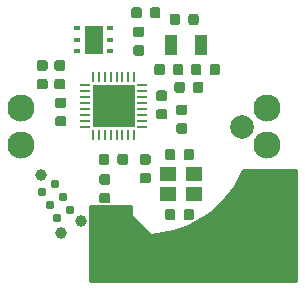
<source format=gbr>
G04 #@! TF.GenerationSoftware,KiCad,Pcbnew,6.0.0-rc1-unknown-181ce46~66~ubuntu18.04.1*
G04 #@! TF.CreationDate,2018-09-11T11:27:27+02:00*
G04 #@! TF.ProjectId,weather,776561746865722E6B696361645F7063,1.0*
G04 #@! TF.SameCoordinates,Original*
G04 #@! TF.FileFunction,Soldermask,Top*
G04 #@! TF.FilePolarity,Negative*
%FSLAX46Y46*%
G04 Gerber Fmt 4.6, Leading zero omitted, Abs format (unit mm)*
G04 Created by KiCad (PCBNEW 6.0.0-rc1-unknown-181ce46~66~ubuntu18.04.1) date Tue Sep 11 11:27:27 2018*
%MOMM*%
%LPD*%
G01*
G04 APERTURE LIST*
%ADD10C,2.000000*%
%ADD11C,0.100000*%
%ADD12C,0.875000*%
%ADD13C,0.787400*%
%ADD14C,0.990600*%
%ADD15C,2.300000*%
%ADD16R,1.000000X1.800000*%
%ADD17R,1.400000X1.200000*%
%ADD18R,1.500000X2.400000*%
%ADD19R,0.600000X0.400000*%
%ADD20R,0.250000X0.825000*%
%ADD21R,0.825000X0.250000*%
%ADD22R,3.600000X3.600000*%
%ADD23C,0.254000*%
G04 APERTURE END LIST*
D10*
G04 #@! TO.C,TP1*
X120525000Y-76275000D03*
G04 #@! TD*
D11*
G04 #@! TO.C,R3*
G36*
X111802691Y-66126053D02*
X111823926Y-66129203D01*
X111844750Y-66134419D01*
X111864962Y-66141651D01*
X111884368Y-66150830D01*
X111902781Y-66161866D01*
X111920024Y-66174654D01*
X111935930Y-66189070D01*
X111950346Y-66204976D01*
X111963134Y-66222219D01*
X111974170Y-66240632D01*
X111983349Y-66260038D01*
X111990581Y-66280250D01*
X111995797Y-66301074D01*
X111998947Y-66322309D01*
X112000000Y-66343750D01*
X112000000Y-66856250D01*
X111998947Y-66877691D01*
X111995797Y-66898926D01*
X111990581Y-66919750D01*
X111983349Y-66939962D01*
X111974170Y-66959368D01*
X111963134Y-66977781D01*
X111950346Y-66995024D01*
X111935930Y-67010930D01*
X111920024Y-67025346D01*
X111902781Y-67038134D01*
X111884368Y-67049170D01*
X111864962Y-67058349D01*
X111844750Y-67065581D01*
X111823926Y-67070797D01*
X111802691Y-67073947D01*
X111781250Y-67075000D01*
X111343750Y-67075000D01*
X111322309Y-67073947D01*
X111301074Y-67070797D01*
X111280250Y-67065581D01*
X111260038Y-67058349D01*
X111240632Y-67049170D01*
X111222219Y-67038134D01*
X111204976Y-67025346D01*
X111189070Y-67010930D01*
X111174654Y-66995024D01*
X111161866Y-66977781D01*
X111150830Y-66959368D01*
X111141651Y-66939962D01*
X111134419Y-66919750D01*
X111129203Y-66898926D01*
X111126053Y-66877691D01*
X111125000Y-66856250D01*
X111125000Y-66343750D01*
X111126053Y-66322309D01*
X111129203Y-66301074D01*
X111134419Y-66280250D01*
X111141651Y-66260038D01*
X111150830Y-66240632D01*
X111161866Y-66222219D01*
X111174654Y-66204976D01*
X111189070Y-66189070D01*
X111204976Y-66174654D01*
X111222219Y-66161866D01*
X111240632Y-66150830D01*
X111260038Y-66141651D01*
X111280250Y-66134419D01*
X111301074Y-66129203D01*
X111322309Y-66126053D01*
X111343750Y-66125000D01*
X111781250Y-66125000D01*
X111802691Y-66126053D01*
X111802691Y-66126053D01*
G37*
D12*
X111562500Y-66600000D03*
D11*
G36*
X113377691Y-66126053D02*
X113398926Y-66129203D01*
X113419750Y-66134419D01*
X113439962Y-66141651D01*
X113459368Y-66150830D01*
X113477781Y-66161866D01*
X113495024Y-66174654D01*
X113510930Y-66189070D01*
X113525346Y-66204976D01*
X113538134Y-66222219D01*
X113549170Y-66240632D01*
X113558349Y-66260038D01*
X113565581Y-66280250D01*
X113570797Y-66301074D01*
X113573947Y-66322309D01*
X113575000Y-66343750D01*
X113575000Y-66856250D01*
X113573947Y-66877691D01*
X113570797Y-66898926D01*
X113565581Y-66919750D01*
X113558349Y-66939962D01*
X113549170Y-66959368D01*
X113538134Y-66977781D01*
X113525346Y-66995024D01*
X113510930Y-67010930D01*
X113495024Y-67025346D01*
X113477781Y-67038134D01*
X113459368Y-67049170D01*
X113439962Y-67058349D01*
X113419750Y-67065581D01*
X113398926Y-67070797D01*
X113377691Y-67073947D01*
X113356250Y-67075000D01*
X112918750Y-67075000D01*
X112897309Y-67073947D01*
X112876074Y-67070797D01*
X112855250Y-67065581D01*
X112835038Y-67058349D01*
X112815632Y-67049170D01*
X112797219Y-67038134D01*
X112779976Y-67025346D01*
X112764070Y-67010930D01*
X112749654Y-66995024D01*
X112736866Y-66977781D01*
X112725830Y-66959368D01*
X112716651Y-66939962D01*
X112709419Y-66919750D01*
X112704203Y-66898926D01*
X112701053Y-66877691D01*
X112700000Y-66856250D01*
X112700000Y-66343750D01*
X112701053Y-66322309D01*
X112704203Y-66301074D01*
X112709419Y-66280250D01*
X112716651Y-66260038D01*
X112725830Y-66240632D01*
X112736866Y-66222219D01*
X112749654Y-66204976D01*
X112764070Y-66189070D01*
X112779976Y-66174654D01*
X112797219Y-66161866D01*
X112815632Y-66150830D01*
X112835038Y-66141651D01*
X112855250Y-66134419D01*
X112876074Y-66129203D01*
X112897309Y-66126053D01*
X112918750Y-66125000D01*
X113356250Y-66125000D01*
X113377691Y-66126053D01*
X113377691Y-66126053D01*
G37*
D12*
X113137500Y-66600000D03*
G04 #@! TD*
D11*
G04 #@! TO.C,D1*
G36*
X112027691Y-69351053D02*
X112048926Y-69354203D01*
X112069750Y-69359419D01*
X112089962Y-69366651D01*
X112109368Y-69375830D01*
X112127781Y-69386866D01*
X112145024Y-69399654D01*
X112160930Y-69414070D01*
X112175346Y-69429976D01*
X112188134Y-69447219D01*
X112199170Y-69465632D01*
X112208349Y-69485038D01*
X112215581Y-69505250D01*
X112220797Y-69526074D01*
X112223947Y-69547309D01*
X112225000Y-69568750D01*
X112225000Y-70006250D01*
X112223947Y-70027691D01*
X112220797Y-70048926D01*
X112215581Y-70069750D01*
X112208349Y-70089962D01*
X112199170Y-70109368D01*
X112188134Y-70127781D01*
X112175346Y-70145024D01*
X112160930Y-70160930D01*
X112145024Y-70175346D01*
X112127781Y-70188134D01*
X112109368Y-70199170D01*
X112089962Y-70208349D01*
X112069750Y-70215581D01*
X112048926Y-70220797D01*
X112027691Y-70223947D01*
X112006250Y-70225000D01*
X111493750Y-70225000D01*
X111472309Y-70223947D01*
X111451074Y-70220797D01*
X111430250Y-70215581D01*
X111410038Y-70208349D01*
X111390632Y-70199170D01*
X111372219Y-70188134D01*
X111354976Y-70175346D01*
X111339070Y-70160930D01*
X111324654Y-70145024D01*
X111311866Y-70127781D01*
X111300830Y-70109368D01*
X111291651Y-70089962D01*
X111284419Y-70069750D01*
X111279203Y-70048926D01*
X111276053Y-70027691D01*
X111275000Y-70006250D01*
X111275000Y-69568750D01*
X111276053Y-69547309D01*
X111279203Y-69526074D01*
X111284419Y-69505250D01*
X111291651Y-69485038D01*
X111300830Y-69465632D01*
X111311866Y-69447219D01*
X111324654Y-69429976D01*
X111339070Y-69414070D01*
X111354976Y-69399654D01*
X111372219Y-69386866D01*
X111390632Y-69375830D01*
X111410038Y-69366651D01*
X111430250Y-69359419D01*
X111451074Y-69354203D01*
X111472309Y-69351053D01*
X111493750Y-69350000D01*
X112006250Y-69350000D01*
X112027691Y-69351053D01*
X112027691Y-69351053D01*
G37*
D12*
X111750000Y-69787500D03*
D11*
G36*
X112027691Y-67776053D02*
X112048926Y-67779203D01*
X112069750Y-67784419D01*
X112089962Y-67791651D01*
X112109368Y-67800830D01*
X112127781Y-67811866D01*
X112145024Y-67824654D01*
X112160930Y-67839070D01*
X112175346Y-67854976D01*
X112188134Y-67872219D01*
X112199170Y-67890632D01*
X112208349Y-67910038D01*
X112215581Y-67930250D01*
X112220797Y-67951074D01*
X112223947Y-67972309D01*
X112225000Y-67993750D01*
X112225000Y-68431250D01*
X112223947Y-68452691D01*
X112220797Y-68473926D01*
X112215581Y-68494750D01*
X112208349Y-68514962D01*
X112199170Y-68534368D01*
X112188134Y-68552781D01*
X112175346Y-68570024D01*
X112160930Y-68585930D01*
X112145024Y-68600346D01*
X112127781Y-68613134D01*
X112109368Y-68624170D01*
X112089962Y-68633349D01*
X112069750Y-68640581D01*
X112048926Y-68645797D01*
X112027691Y-68648947D01*
X112006250Y-68650000D01*
X111493750Y-68650000D01*
X111472309Y-68648947D01*
X111451074Y-68645797D01*
X111430250Y-68640581D01*
X111410038Y-68633349D01*
X111390632Y-68624170D01*
X111372219Y-68613134D01*
X111354976Y-68600346D01*
X111339070Y-68585930D01*
X111324654Y-68570024D01*
X111311866Y-68552781D01*
X111300830Y-68534368D01*
X111291651Y-68514962D01*
X111284419Y-68494750D01*
X111279203Y-68473926D01*
X111276053Y-68452691D01*
X111275000Y-68431250D01*
X111275000Y-67993750D01*
X111276053Y-67972309D01*
X111279203Y-67951074D01*
X111284419Y-67930250D01*
X111291651Y-67910038D01*
X111300830Y-67890632D01*
X111311866Y-67872219D01*
X111324654Y-67854976D01*
X111339070Y-67839070D01*
X111354976Y-67824654D01*
X111372219Y-67811866D01*
X111390632Y-67800830D01*
X111410038Y-67791651D01*
X111430250Y-67784419D01*
X111451074Y-67779203D01*
X111472309Y-67776053D01*
X111493750Y-67775000D01*
X112006250Y-67775000D01*
X112027691Y-67776053D01*
X112027691Y-67776053D01*
G37*
D12*
X111750000Y-68212500D03*
G04 #@! TD*
D13*
G04 #@! TO.C,J1*
X105934926Y-83332352D03*
X104835074Y-83967352D03*
X105299926Y-82232500D03*
X104200074Y-82867500D03*
X104664926Y-81132648D03*
X103565074Y-81767648D03*
D14*
X103480000Y-80350295D03*
X105140118Y-85257705D03*
X106899882Y-84241705D03*
G04 #@! TD*
D15*
G04 #@! TO.C,BT1*
X101770000Y-74700000D03*
X101770000Y-77800000D03*
X122570000Y-77800000D03*
X122570000Y-74700000D03*
G04 #@! TD*
D11*
G04 #@! TO.C,C10*
G36*
X117027691Y-72426053D02*
X117048926Y-72429203D01*
X117069750Y-72434419D01*
X117089962Y-72441651D01*
X117109368Y-72450830D01*
X117127781Y-72461866D01*
X117145024Y-72474654D01*
X117160930Y-72489070D01*
X117175346Y-72504976D01*
X117188134Y-72522219D01*
X117199170Y-72540632D01*
X117208349Y-72560038D01*
X117215581Y-72580250D01*
X117220797Y-72601074D01*
X117223947Y-72622309D01*
X117225000Y-72643750D01*
X117225000Y-73156250D01*
X117223947Y-73177691D01*
X117220797Y-73198926D01*
X117215581Y-73219750D01*
X117208349Y-73239962D01*
X117199170Y-73259368D01*
X117188134Y-73277781D01*
X117175346Y-73295024D01*
X117160930Y-73310930D01*
X117145024Y-73325346D01*
X117127781Y-73338134D01*
X117109368Y-73349170D01*
X117089962Y-73358349D01*
X117069750Y-73365581D01*
X117048926Y-73370797D01*
X117027691Y-73373947D01*
X117006250Y-73375000D01*
X116568750Y-73375000D01*
X116547309Y-73373947D01*
X116526074Y-73370797D01*
X116505250Y-73365581D01*
X116485038Y-73358349D01*
X116465632Y-73349170D01*
X116447219Y-73338134D01*
X116429976Y-73325346D01*
X116414070Y-73310930D01*
X116399654Y-73295024D01*
X116386866Y-73277781D01*
X116375830Y-73259368D01*
X116366651Y-73239962D01*
X116359419Y-73219750D01*
X116354203Y-73198926D01*
X116351053Y-73177691D01*
X116350000Y-73156250D01*
X116350000Y-72643750D01*
X116351053Y-72622309D01*
X116354203Y-72601074D01*
X116359419Y-72580250D01*
X116366651Y-72560038D01*
X116375830Y-72540632D01*
X116386866Y-72522219D01*
X116399654Y-72504976D01*
X116414070Y-72489070D01*
X116429976Y-72474654D01*
X116447219Y-72461866D01*
X116465632Y-72450830D01*
X116485038Y-72441651D01*
X116505250Y-72434419D01*
X116526074Y-72429203D01*
X116547309Y-72426053D01*
X116568750Y-72425000D01*
X117006250Y-72425000D01*
X117027691Y-72426053D01*
X117027691Y-72426053D01*
G37*
D12*
X116787500Y-72900000D03*
D11*
G36*
X115452691Y-72426053D02*
X115473926Y-72429203D01*
X115494750Y-72434419D01*
X115514962Y-72441651D01*
X115534368Y-72450830D01*
X115552781Y-72461866D01*
X115570024Y-72474654D01*
X115585930Y-72489070D01*
X115600346Y-72504976D01*
X115613134Y-72522219D01*
X115624170Y-72540632D01*
X115633349Y-72560038D01*
X115640581Y-72580250D01*
X115645797Y-72601074D01*
X115648947Y-72622309D01*
X115650000Y-72643750D01*
X115650000Y-73156250D01*
X115648947Y-73177691D01*
X115645797Y-73198926D01*
X115640581Y-73219750D01*
X115633349Y-73239962D01*
X115624170Y-73259368D01*
X115613134Y-73277781D01*
X115600346Y-73295024D01*
X115585930Y-73310930D01*
X115570024Y-73325346D01*
X115552781Y-73338134D01*
X115534368Y-73349170D01*
X115514962Y-73358349D01*
X115494750Y-73365581D01*
X115473926Y-73370797D01*
X115452691Y-73373947D01*
X115431250Y-73375000D01*
X114993750Y-73375000D01*
X114972309Y-73373947D01*
X114951074Y-73370797D01*
X114930250Y-73365581D01*
X114910038Y-73358349D01*
X114890632Y-73349170D01*
X114872219Y-73338134D01*
X114854976Y-73325346D01*
X114839070Y-73310930D01*
X114824654Y-73295024D01*
X114811866Y-73277781D01*
X114800830Y-73259368D01*
X114791651Y-73239962D01*
X114784419Y-73219750D01*
X114779203Y-73198926D01*
X114776053Y-73177691D01*
X114775000Y-73156250D01*
X114775000Y-72643750D01*
X114776053Y-72622309D01*
X114779203Y-72601074D01*
X114784419Y-72580250D01*
X114791651Y-72560038D01*
X114800830Y-72540632D01*
X114811866Y-72522219D01*
X114824654Y-72504976D01*
X114839070Y-72489070D01*
X114854976Y-72474654D01*
X114872219Y-72461866D01*
X114890632Y-72450830D01*
X114910038Y-72441651D01*
X114930250Y-72434419D01*
X114951074Y-72429203D01*
X114972309Y-72426053D01*
X114993750Y-72425000D01*
X115431250Y-72425000D01*
X115452691Y-72426053D01*
X115452691Y-72426053D01*
G37*
D12*
X115212500Y-72900000D03*
G04 #@! TD*
D11*
G04 #@! TO.C,C11*
G36*
X105427691Y-73776053D02*
X105448926Y-73779203D01*
X105469750Y-73784419D01*
X105489962Y-73791651D01*
X105509368Y-73800830D01*
X105527781Y-73811866D01*
X105545024Y-73824654D01*
X105560930Y-73839070D01*
X105575346Y-73854976D01*
X105588134Y-73872219D01*
X105599170Y-73890632D01*
X105608349Y-73910038D01*
X105615581Y-73930250D01*
X105620797Y-73951074D01*
X105623947Y-73972309D01*
X105625000Y-73993750D01*
X105625000Y-74431250D01*
X105623947Y-74452691D01*
X105620797Y-74473926D01*
X105615581Y-74494750D01*
X105608349Y-74514962D01*
X105599170Y-74534368D01*
X105588134Y-74552781D01*
X105575346Y-74570024D01*
X105560930Y-74585930D01*
X105545024Y-74600346D01*
X105527781Y-74613134D01*
X105509368Y-74624170D01*
X105489962Y-74633349D01*
X105469750Y-74640581D01*
X105448926Y-74645797D01*
X105427691Y-74648947D01*
X105406250Y-74650000D01*
X104893750Y-74650000D01*
X104872309Y-74648947D01*
X104851074Y-74645797D01*
X104830250Y-74640581D01*
X104810038Y-74633349D01*
X104790632Y-74624170D01*
X104772219Y-74613134D01*
X104754976Y-74600346D01*
X104739070Y-74585930D01*
X104724654Y-74570024D01*
X104711866Y-74552781D01*
X104700830Y-74534368D01*
X104691651Y-74514962D01*
X104684419Y-74494750D01*
X104679203Y-74473926D01*
X104676053Y-74452691D01*
X104675000Y-74431250D01*
X104675000Y-73993750D01*
X104676053Y-73972309D01*
X104679203Y-73951074D01*
X104684419Y-73930250D01*
X104691651Y-73910038D01*
X104700830Y-73890632D01*
X104711866Y-73872219D01*
X104724654Y-73854976D01*
X104739070Y-73839070D01*
X104754976Y-73824654D01*
X104772219Y-73811866D01*
X104790632Y-73800830D01*
X104810038Y-73791651D01*
X104830250Y-73784419D01*
X104851074Y-73779203D01*
X104872309Y-73776053D01*
X104893750Y-73775000D01*
X105406250Y-73775000D01*
X105427691Y-73776053D01*
X105427691Y-73776053D01*
G37*
D12*
X105150000Y-74212500D03*
D11*
G36*
X105427691Y-75351053D02*
X105448926Y-75354203D01*
X105469750Y-75359419D01*
X105489962Y-75366651D01*
X105509368Y-75375830D01*
X105527781Y-75386866D01*
X105545024Y-75399654D01*
X105560930Y-75414070D01*
X105575346Y-75429976D01*
X105588134Y-75447219D01*
X105599170Y-75465632D01*
X105608349Y-75485038D01*
X105615581Y-75505250D01*
X105620797Y-75526074D01*
X105623947Y-75547309D01*
X105625000Y-75568750D01*
X105625000Y-76006250D01*
X105623947Y-76027691D01*
X105620797Y-76048926D01*
X105615581Y-76069750D01*
X105608349Y-76089962D01*
X105599170Y-76109368D01*
X105588134Y-76127781D01*
X105575346Y-76145024D01*
X105560930Y-76160930D01*
X105545024Y-76175346D01*
X105527781Y-76188134D01*
X105509368Y-76199170D01*
X105489962Y-76208349D01*
X105469750Y-76215581D01*
X105448926Y-76220797D01*
X105427691Y-76223947D01*
X105406250Y-76225000D01*
X104893750Y-76225000D01*
X104872309Y-76223947D01*
X104851074Y-76220797D01*
X104830250Y-76215581D01*
X104810038Y-76208349D01*
X104790632Y-76199170D01*
X104772219Y-76188134D01*
X104754976Y-76175346D01*
X104739070Y-76160930D01*
X104724654Y-76145024D01*
X104711866Y-76127781D01*
X104700830Y-76109368D01*
X104691651Y-76089962D01*
X104684419Y-76069750D01*
X104679203Y-76048926D01*
X104676053Y-76027691D01*
X104675000Y-76006250D01*
X104675000Y-75568750D01*
X104676053Y-75547309D01*
X104679203Y-75526074D01*
X104684419Y-75505250D01*
X104691651Y-75485038D01*
X104700830Y-75465632D01*
X104711866Y-75447219D01*
X104724654Y-75429976D01*
X104739070Y-75414070D01*
X104754976Y-75399654D01*
X104772219Y-75386866D01*
X104790632Y-75375830D01*
X104810038Y-75366651D01*
X104830250Y-75359419D01*
X104851074Y-75354203D01*
X104872309Y-75351053D01*
X104893750Y-75350000D01*
X105406250Y-75350000D01*
X105427691Y-75351053D01*
X105427691Y-75351053D01*
G37*
D12*
X105150000Y-75787500D03*
G04 #@! TD*
D16*
G04 #@! TO.C,Y2*
X114500000Y-69300000D03*
X117000000Y-69300000D03*
G04 #@! TD*
D17*
G04 #@! TO.C,Y1*
X114200000Y-81950000D03*
X116400000Y-81950000D03*
X116400000Y-80250000D03*
X114200000Y-80250000D03*
G04 #@! TD*
D11*
G04 #@! TO.C,C8*
G36*
X116852691Y-70926053D02*
X116873926Y-70929203D01*
X116894750Y-70934419D01*
X116914962Y-70941651D01*
X116934368Y-70950830D01*
X116952781Y-70961866D01*
X116970024Y-70974654D01*
X116985930Y-70989070D01*
X117000346Y-71004976D01*
X117013134Y-71022219D01*
X117024170Y-71040632D01*
X117033349Y-71060038D01*
X117040581Y-71080250D01*
X117045797Y-71101074D01*
X117048947Y-71122309D01*
X117050000Y-71143750D01*
X117050000Y-71656250D01*
X117048947Y-71677691D01*
X117045797Y-71698926D01*
X117040581Y-71719750D01*
X117033349Y-71739962D01*
X117024170Y-71759368D01*
X117013134Y-71777781D01*
X117000346Y-71795024D01*
X116985930Y-71810930D01*
X116970024Y-71825346D01*
X116952781Y-71838134D01*
X116934368Y-71849170D01*
X116914962Y-71858349D01*
X116894750Y-71865581D01*
X116873926Y-71870797D01*
X116852691Y-71873947D01*
X116831250Y-71875000D01*
X116393750Y-71875000D01*
X116372309Y-71873947D01*
X116351074Y-71870797D01*
X116330250Y-71865581D01*
X116310038Y-71858349D01*
X116290632Y-71849170D01*
X116272219Y-71838134D01*
X116254976Y-71825346D01*
X116239070Y-71810930D01*
X116224654Y-71795024D01*
X116211866Y-71777781D01*
X116200830Y-71759368D01*
X116191651Y-71739962D01*
X116184419Y-71719750D01*
X116179203Y-71698926D01*
X116176053Y-71677691D01*
X116175000Y-71656250D01*
X116175000Y-71143750D01*
X116176053Y-71122309D01*
X116179203Y-71101074D01*
X116184419Y-71080250D01*
X116191651Y-71060038D01*
X116200830Y-71040632D01*
X116211866Y-71022219D01*
X116224654Y-71004976D01*
X116239070Y-70989070D01*
X116254976Y-70974654D01*
X116272219Y-70961866D01*
X116290632Y-70950830D01*
X116310038Y-70941651D01*
X116330250Y-70934419D01*
X116351074Y-70929203D01*
X116372309Y-70926053D01*
X116393750Y-70925000D01*
X116831250Y-70925000D01*
X116852691Y-70926053D01*
X116852691Y-70926053D01*
G37*
D12*
X116612500Y-71400000D03*
D11*
G36*
X118427691Y-70926053D02*
X118448926Y-70929203D01*
X118469750Y-70934419D01*
X118489962Y-70941651D01*
X118509368Y-70950830D01*
X118527781Y-70961866D01*
X118545024Y-70974654D01*
X118560930Y-70989070D01*
X118575346Y-71004976D01*
X118588134Y-71022219D01*
X118599170Y-71040632D01*
X118608349Y-71060038D01*
X118615581Y-71080250D01*
X118620797Y-71101074D01*
X118623947Y-71122309D01*
X118625000Y-71143750D01*
X118625000Y-71656250D01*
X118623947Y-71677691D01*
X118620797Y-71698926D01*
X118615581Y-71719750D01*
X118608349Y-71739962D01*
X118599170Y-71759368D01*
X118588134Y-71777781D01*
X118575346Y-71795024D01*
X118560930Y-71810930D01*
X118545024Y-71825346D01*
X118527781Y-71838134D01*
X118509368Y-71849170D01*
X118489962Y-71858349D01*
X118469750Y-71865581D01*
X118448926Y-71870797D01*
X118427691Y-71873947D01*
X118406250Y-71875000D01*
X117968750Y-71875000D01*
X117947309Y-71873947D01*
X117926074Y-71870797D01*
X117905250Y-71865581D01*
X117885038Y-71858349D01*
X117865632Y-71849170D01*
X117847219Y-71838134D01*
X117829976Y-71825346D01*
X117814070Y-71810930D01*
X117799654Y-71795024D01*
X117786866Y-71777781D01*
X117775830Y-71759368D01*
X117766651Y-71739962D01*
X117759419Y-71719750D01*
X117754203Y-71698926D01*
X117751053Y-71677691D01*
X117750000Y-71656250D01*
X117750000Y-71143750D01*
X117751053Y-71122309D01*
X117754203Y-71101074D01*
X117759419Y-71080250D01*
X117766651Y-71060038D01*
X117775830Y-71040632D01*
X117786866Y-71022219D01*
X117799654Y-71004976D01*
X117814070Y-70989070D01*
X117829976Y-70974654D01*
X117847219Y-70961866D01*
X117865632Y-70950830D01*
X117885038Y-70941651D01*
X117905250Y-70934419D01*
X117926074Y-70929203D01*
X117947309Y-70926053D01*
X117968750Y-70925000D01*
X118406250Y-70925000D01*
X118427691Y-70926053D01*
X118427691Y-70926053D01*
G37*
D12*
X118187500Y-71400000D03*
G04 #@! TD*
D11*
G04 #@! TO.C,C9*
G36*
X116627691Y-66676053D02*
X116648926Y-66679203D01*
X116669750Y-66684419D01*
X116689962Y-66691651D01*
X116709368Y-66700830D01*
X116727781Y-66711866D01*
X116745024Y-66724654D01*
X116760930Y-66739070D01*
X116775346Y-66754976D01*
X116788134Y-66772219D01*
X116799170Y-66790632D01*
X116808349Y-66810038D01*
X116815581Y-66830250D01*
X116820797Y-66851074D01*
X116823947Y-66872309D01*
X116825000Y-66893750D01*
X116825000Y-67406250D01*
X116823947Y-67427691D01*
X116820797Y-67448926D01*
X116815581Y-67469750D01*
X116808349Y-67489962D01*
X116799170Y-67509368D01*
X116788134Y-67527781D01*
X116775346Y-67545024D01*
X116760930Y-67560930D01*
X116745024Y-67575346D01*
X116727781Y-67588134D01*
X116709368Y-67599170D01*
X116689962Y-67608349D01*
X116669750Y-67615581D01*
X116648926Y-67620797D01*
X116627691Y-67623947D01*
X116606250Y-67625000D01*
X116168750Y-67625000D01*
X116147309Y-67623947D01*
X116126074Y-67620797D01*
X116105250Y-67615581D01*
X116085038Y-67608349D01*
X116065632Y-67599170D01*
X116047219Y-67588134D01*
X116029976Y-67575346D01*
X116014070Y-67560930D01*
X115999654Y-67545024D01*
X115986866Y-67527781D01*
X115975830Y-67509368D01*
X115966651Y-67489962D01*
X115959419Y-67469750D01*
X115954203Y-67448926D01*
X115951053Y-67427691D01*
X115950000Y-67406250D01*
X115950000Y-66893750D01*
X115951053Y-66872309D01*
X115954203Y-66851074D01*
X115959419Y-66830250D01*
X115966651Y-66810038D01*
X115975830Y-66790632D01*
X115986866Y-66772219D01*
X115999654Y-66754976D01*
X116014070Y-66739070D01*
X116029976Y-66724654D01*
X116047219Y-66711866D01*
X116065632Y-66700830D01*
X116085038Y-66691651D01*
X116105250Y-66684419D01*
X116126074Y-66679203D01*
X116147309Y-66676053D01*
X116168750Y-66675000D01*
X116606250Y-66675000D01*
X116627691Y-66676053D01*
X116627691Y-66676053D01*
G37*
D12*
X116387500Y-67150000D03*
D11*
G36*
X115052691Y-66676053D02*
X115073926Y-66679203D01*
X115094750Y-66684419D01*
X115114962Y-66691651D01*
X115134368Y-66700830D01*
X115152781Y-66711866D01*
X115170024Y-66724654D01*
X115185930Y-66739070D01*
X115200346Y-66754976D01*
X115213134Y-66772219D01*
X115224170Y-66790632D01*
X115233349Y-66810038D01*
X115240581Y-66830250D01*
X115245797Y-66851074D01*
X115248947Y-66872309D01*
X115250000Y-66893750D01*
X115250000Y-67406250D01*
X115248947Y-67427691D01*
X115245797Y-67448926D01*
X115240581Y-67469750D01*
X115233349Y-67489962D01*
X115224170Y-67509368D01*
X115213134Y-67527781D01*
X115200346Y-67545024D01*
X115185930Y-67560930D01*
X115170024Y-67575346D01*
X115152781Y-67588134D01*
X115134368Y-67599170D01*
X115114962Y-67608349D01*
X115094750Y-67615581D01*
X115073926Y-67620797D01*
X115052691Y-67623947D01*
X115031250Y-67625000D01*
X114593750Y-67625000D01*
X114572309Y-67623947D01*
X114551074Y-67620797D01*
X114530250Y-67615581D01*
X114510038Y-67608349D01*
X114490632Y-67599170D01*
X114472219Y-67588134D01*
X114454976Y-67575346D01*
X114439070Y-67560930D01*
X114424654Y-67545024D01*
X114411866Y-67527781D01*
X114400830Y-67509368D01*
X114391651Y-67489962D01*
X114384419Y-67469750D01*
X114379203Y-67448926D01*
X114376053Y-67427691D01*
X114375000Y-67406250D01*
X114375000Y-66893750D01*
X114376053Y-66872309D01*
X114379203Y-66851074D01*
X114384419Y-66830250D01*
X114391651Y-66810038D01*
X114400830Y-66790632D01*
X114411866Y-66772219D01*
X114424654Y-66754976D01*
X114439070Y-66739070D01*
X114454976Y-66724654D01*
X114472219Y-66711866D01*
X114490632Y-66700830D01*
X114510038Y-66691651D01*
X114530250Y-66684419D01*
X114551074Y-66679203D01*
X114572309Y-66676053D01*
X114593750Y-66675000D01*
X115031250Y-66675000D01*
X115052691Y-66676053D01*
X115052691Y-66676053D01*
G37*
D12*
X114812500Y-67150000D03*
G04 #@! TD*
D18*
G04 #@! TO.C,U2*
X107950000Y-68875000D03*
D19*
X109350000Y-69825000D03*
X109350000Y-68875000D03*
X109350000Y-67925000D03*
X106550000Y-67925000D03*
X106550000Y-68875000D03*
X106550000Y-69825000D03*
G04 #@! TD*
D11*
G04 #@! TO.C,R1*
G36*
X103852691Y-70626053D02*
X103873926Y-70629203D01*
X103894750Y-70634419D01*
X103914962Y-70641651D01*
X103934368Y-70650830D01*
X103952781Y-70661866D01*
X103970024Y-70674654D01*
X103985930Y-70689070D01*
X104000346Y-70704976D01*
X104013134Y-70722219D01*
X104024170Y-70740632D01*
X104033349Y-70760038D01*
X104040581Y-70780250D01*
X104045797Y-70801074D01*
X104048947Y-70822309D01*
X104050000Y-70843750D01*
X104050000Y-71281250D01*
X104048947Y-71302691D01*
X104045797Y-71323926D01*
X104040581Y-71344750D01*
X104033349Y-71364962D01*
X104024170Y-71384368D01*
X104013134Y-71402781D01*
X104000346Y-71420024D01*
X103985930Y-71435930D01*
X103970024Y-71450346D01*
X103952781Y-71463134D01*
X103934368Y-71474170D01*
X103914962Y-71483349D01*
X103894750Y-71490581D01*
X103873926Y-71495797D01*
X103852691Y-71498947D01*
X103831250Y-71500000D01*
X103318750Y-71500000D01*
X103297309Y-71498947D01*
X103276074Y-71495797D01*
X103255250Y-71490581D01*
X103235038Y-71483349D01*
X103215632Y-71474170D01*
X103197219Y-71463134D01*
X103179976Y-71450346D01*
X103164070Y-71435930D01*
X103149654Y-71420024D01*
X103136866Y-71402781D01*
X103125830Y-71384368D01*
X103116651Y-71364962D01*
X103109419Y-71344750D01*
X103104203Y-71323926D01*
X103101053Y-71302691D01*
X103100000Y-71281250D01*
X103100000Y-70843750D01*
X103101053Y-70822309D01*
X103104203Y-70801074D01*
X103109419Y-70780250D01*
X103116651Y-70760038D01*
X103125830Y-70740632D01*
X103136866Y-70722219D01*
X103149654Y-70704976D01*
X103164070Y-70689070D01*
X103179976Y-70674654D01*
X103197219Y-70661866D01*
X103215632Y-70650830D01*
X103235038Y-70641651D01*
X103255250Y-70634419D01*
X103276074Y-70629203D01*
X103297309Y-70626053D01*
X103318750Y-70625000D01*
X103831250Y-70625000D01*
X103852691Y-70626053D01*
X103852691Y-70626053D01*
G37*
D12*
X103575000Y-71062500D03*
D11*
G36*
X103852691Y-72201053D02*
X103873926Y-72204203D01*
X103894750Y-72209419D01*
X103914962Y-72216651D01*
X103934368Y-72225830D01*
X103952781Y-72236866D01*
X103970024Y-72249654D01*
X103985930Y-72264070D01*
X104000346Y-72279976D01*
X104013134Y-72297219D01*
X104024170Y-72315632D01*
X104033349Y-72335038D01*
X104040581Y-72355250D01*
X104045797Y-72376074D01*
X104048947Y-72397309D01*
X104050000Y-72418750D01*
X104050000Y-72856250D01*
X104048947Y-72877691D01*
X104045797Y-72898926D01*
X104040581Y-72919750D01*
X104033349Y-72939962D01*
X104024170Y-72959368D01*
X104013134Y-72977781D01*
X104000346Y-72995024D01*
X103985930Y-73010930D01*
X103970024Y-73025346D01*
X103952781Y-73038134D01*
X103934368Y-73049170D01*
X103914962Y-73058349D01*
X103894750Y-73065581D01*
X103873926Y-73070797D01*
X103852691Y-73073947D01*
X103831250Y-73075000D01*
X103318750Y-73075000D01*
X103297309Y-73073947D01*
X103276074Y-73070797D01*
X103255250Y-73065581D01*
X103235038Y-73058349D01*
X103215632Y-73049170D01*
X103197219Y-73038134D01*
X103179976Y-73025346D01*
X103164070Y-73010930D01*
X103149654Y-72995024D01*
X103136866Y-72977781D01*
X103125830Y-72959368D01*
X103116651Y-72939962D01*
X103109419Y-72919750D01*
X103104203Y-72898926D01*
X103101053Y-72877691D01*
X103100000Y-72856250D01*
X103100000Y-72418750D01*
X103101053Y-72397309D01*
X103104203Y-72376074D01*
X103109419Y-72355250D01*
X103116651Y-72335038D01*
X103125830Y-72315632D01*
X103136866Y-72297219D01*
X103149654Y-72279976D01*
X103164070Y-72264070D01*
X103179976Y-72249654D01*
X103197219Y-72236866D01*
X103215632Y-72225830D01*
X103235038Y-72216651D01*
X103255250Y-72209419D01*
X103276074Y-72204203D01*
X103297309Y-72201053D01*
X103318750Y-72200000D01*
X103831250Y-72200000D01*
X103852691Y-72201053D01*
X103852691Y-72201053D01*
G37*
D12*
X103575000Y-72637500D03*
G04 #@! TD*
D11*
G04 #@! TO.C,R2*
G36*
X105352691Y-72201053D02*
X105373926Y-72204203D01*
X105394750Y-72209419D01*
X105414962Y-72216651D01*
X105434368Y-72225830D01*
X105452781Y-72236866D01*
X105470024Y-72249654D01*
X105485930Y-72264070D01*
X105500346Y-72279976D01*
X105513134Y-72297219D01*
X105524170Y-72315632D01*
X105533349Y-72335038D01*
X105540581Y-72355250D01*
X105545797Y-72376074D01*
X105548947Y-72397309D01*
X105550000Y-72418750D01*
X105550000Y-72856250D01*
X105548947Y-72877691D01*
X105545797Y-72898926D01*
X105540581Y-72919750D01*
X105533349Y-72939962D01*
X105524170Y-72959368D01*
X105513134Y-72977781D01*
X105500346Y-72995024D01*
X105485930Y-73010930D01*
X105470024Y-73025346D01*
X105452781Y-73038134D01*
X105434368Y-73049170D01*
X105414962Y-73058349D01*
X105394750Y-73065581D01*
X105373926Y-73070797D01*
X105352691Y-73073947D01*
X105331250Y-73075000D01*
X104818750Y-73075000D01*
X104797309Y-73073947D01*
X104776074Y-73070797D01*
X104755250Y-73065581D01*
X104735038Y-73058349D01*
X104715632Y-73049170D01*
X104697219Y-73038134D01*
X104679976Y-73025346D01*
X104664070Y-73010930D01*
X104649654Y-72995024D01*
X104636866Y-72977781D01*
X104625830Y-72959368D01*
X104616651Y-72939962D01*
X104609419Y-72919750D01*
X104604203Y-72898926D01*
X104601053Y-72877691D01*
X104600000Y-72856250D01*
X104600000Y-72418750D01*
X104601053Y-72397309D01*
X104604203Y-72376074D01*
X104609419Y-72355250D01*
X104616651Y-72335038D01*
X104625830Y-72315632D01*
X104636866Y-72297219D01*
X104649654Y-72279976D01*
X104664070Y-72264070D01*
X104679976Y-72249654D01*
X104697219Y-72236866D01*
X104715632Y-72225830D01*
X104735038Y-72216651D01*
X104755250Y-72209419D01*
X104776074Y-72204203D01*
X104797309Y-72201053D01*
X104818750Y-72200000D01*
X105331250Y-72200000D01*
X105352691Y-72201053D01*
X105352691Y-72201053D01*
G37*
D12*
X105075000Y-72637500D03*
D11*
G36*
X105352691Y-70626053D02*
X105373926Y-70629203D01*
X105394750Y-70634419D01*
X105414962Y-70641651D01*
X105434368Y-70650830D01*
X105452781Y-70661866D01*
X105470024Y-70674654D01*
X105485930Y-70689070D01*
X105500346Y-70704976D01*
X105513134Y-70722219D01*
X105524170Y-70740632D01*
X105533349Y-70760038D01*
X105540581Y-70780250D01*
X105545797Y-70801074D01*
X105548947Y-70822309D01*
X105550000Y-70843750D01*
X105550000Y-71281250D01*
X105548947Y-71302691D01*
X105545797Y-71323926D01*
X105540581Y-71344750D01*
X105533349Y-71364962D01*
X105524170Y-71384368D01*
X105513134Y-71402781D01*
X105500346Y-71420024D01*
X105485930Y-71435930D01*
X105470024Y-71450346D01*
X105452781Y-71463134D01*
X105434368Y-71474170D01*
X105414962Y-71483349D01*
X105394750Y-71490581D01*
X105373926Y-71495797D01*
X105352691Y-71498947D01*
X105331250Y-71500000D01*
X104818750Y-71500000D01*
X104797309Y-71498947D01*
X104776074Y-71495797D01*
X104755250Y-71490581D01*
X104735038Y-71483349D01*
X104715632Y-71474170D01*
X104697219Y-71463134D01*
X104679976Y-71450346D01*
X104664070Y-71435930D01*
X104649654Y-71420024D01*
X104636866Y-71402781D01*
X104625830Y-71384368D01*
X104616651Y-71364962D01*
X104609419Y-71344750D01*
X104604203Y-71323926D01*
X104601053Y-71302691D01*
X104600000Y-71281250D01*
X104600000Y-70843750D01*
X104601053Y-70822309D01*
X104604203Y-70801074D01*
X104609419Y-70780250D01*
X104616651Y-70760038D01*
X104625830Y-70740632D01*
X104636866Y-70722219D01*
X104649654Y-70704976D01*
X104664070Y-70689070D01*
X104679976Y-70674654D01*
X104697219Y-70661866D01*
X104715632Y-70650830D01*
X104735038Y-70641651D01*
X104755250Y-70634419D01*
X104776074Y-70629203D01*
X104797309Y-70626053D01*
X104818750Y-70625000D01*
X105331250Y-70625000D01*
X105352691Y-70626053D01*
X105352691Y-70626053D01*
G37*
D12*
X105075000Y-71062500D03*
G04 #@! TD*
D11*
G04 #@! TO.C,C1*
G36*
X116227691Y-83226053D02*
X116248926Y-83229203D01*
X116269750Y-83234419D01*
X116289962Y-83241651D01*
X116309368Y-83250830D01*
X116327781Y-83261866D01*
X116345024Y-83274654D01*
X116360930Y-83289070D01*
X116375346Y-83304976D01*
X116388134Y-83322219D01*
X116399170Y-83340632D01*
X116408349Y-83360038D01*
X116415581Y-83380250D01*
X116420797Y-83401074D01*
X116423947Y-83422309D01*
X116425000Y-83443750D01*
X116425000Y-83956250D01*
X116423947Y-83977691D01*
X116420797Y-83998926D01*
X116415581Y-84019750D01*
X116408349Y-84039962D01*
X116399170Y-84059368D01*
X116388134Y-84077781D01*
X116375346Y-84095024D01*
X116360930Y-84110930D01*
X116345024Y-84125346D01*
X116327781Y-84138134D01*
X116309368Y-84149170D01*
X116289962Y-84158349D01*
X116269750Y-84165581D01*
X116248926Y-84170797D01*
X116227691Y-84173947D01*
X116206250Y-84175000D01*
X115768750Y-84175000D01*
X115747309Y-84173947D01*
X115726074Y-84170797D01*
X115705250Y-84165581D01*
X115685038Y-84158349D01*
X115665632Y-84149170D01*
X115647219Y-84138134D01*
X115629976Y-84125346D01*
X115614070Y-84110930D01*
X115599654Y-84095024D01*
X115586866Y-84077781D01*
X115575830Y-84059368D01*
X115566651Y-84039962D01*
X115559419Y-84019750D01*
X115554203Y-83998926D01*
X115551053Y-83977691D01*
X115550000Y-83956250D01*
X115550000Y-83443750D01*
X115551053Y-83422309D01*
X115554203Y-83401074D01*
X115559419Y-83380250D01*
X115566651Y-83360038D01*
X115575830Y-83340632D01*
X115586866Y-83322219D01*
X115599654Y-83304976D01*
X115614070Y-83289070D01*
X115629976Y-83274654D01*
X115647219Y-83261866D01*
X115665632Y-83250830D01*
X115685038Y-83241651D01*
X115705250Y-83234419D01*
X115726074Y-83229203D01*
X115747309Y-83226053D01*
X115768750Y-83225000D01*
X116206250Y-83225000D01*
X116227691Y-83226053D01*
X116227691Y-83226053D01*
G37*
D12*
X115987500Y-83700000D03*
D11*
G36*
X114652691Y-83226053D02*
X114673926Y-83229203D01*
X114694750Y-83234419D01*
X114714962Y-83241651D01*
X114734368Y-83250830D01*
X114752781Y-83261866D01*
X114770024Y-83274654D01*
X114785930Y-83289070D01*
X114800346Y-83304976D01*
X114813134Y-83322219D01*
X114824170Y-83340632D01*
X114833349Y-83360038D01*
X114840581Y-83380250D01*
X114845797Y-83401074D01*
X114848947Y-83422309D01*
X114850000Y-83443750D01*
X114850000Y-83956250D01*
X114848947Y-83977691D01*
X114845797Y-83998926D01*
X114840581Y-84019750D01*
X114833349Y-84039962D01*
X114824170Y-84059368D01*
X114813134Y-84077781D01*
X114800346Y-84095024D01*
X114785930Y-84110930D01*
X114770024Y-84125346D01*
X114752781Y-84138134D01*
X114734368Y-84149170D01*
X114714962Y-84158349D01*
X114694750Y-84165581D01*
X114673926Y-84170797D01*
X114652691Y-84173947D01*
X114631250Y-84175000D01*
X114193750Y-84175000D01*
X114172309Y-84173947D01*
X114151074Y-84170797D01*
X114130250Y-84165581D01*
X114110038Y-84158349D01*
X114090632Y-84149170D01*
X114072219Y-84138134D01*
X114054976Y-84125346D01*
X114039070Y-84110930D01*
X114024654Y-84095024D01*
X114011866Y-84077781D01*
X114000830Y-84059368D01*
X113991651Y-84039962D01*
X113984419Y-84019750D01*
X113979203Y-83998926D01*
X113976053Y-83977691D01*
X113975000Y-83956250D01*
X113975000Y-83443750D01*
X113976053Y-83422309D01*
X113979203Y-83401074D01*
X113984419Y-83380250D01*
X113991651Y-83360038D01*
X114000830Y-83340632D01*
X114011866Y-83322219D01*
X114024654Y-83304976D01*
X114039070Y-83289070D01*
X114054976Y-83274654D01*
X114072219Y-83261866D01*
X114090632Y-83250830D01*
X114110038Y-83241651D01*
X114130250Y-83234419D01*
X114151074Y-83229203D01*
X114172309Y-83226053D01*
X114193750Y-83225000D01*
X114631250Y-83225000D01*
X114652691Y-83226053D01*
X114652691Y-83226053D01*
G37*
D12*
X114412500Y-83700000D03*
G04 #@! TD*
D11*
G04 #@! TO.C,C2*
G36*
X116227691Y-78126053D02*
X116248926Y-78129203D01*
X116269750Y-78134419D01*
X116289962Y-78141651D01*
X116309368Y-78150830D01*
X116327781Y-78161866D01*
X116345024Y-78174654D01*
X116360930Y-78189070D01*
X116375346Y-78204976D01*
X116388134Y-78222219D01*
X116399170Y-78240632D01*
X116408349Y-78260038D01*
X116415581Y-78280250D01*
X116420797Y-78301074D01*
X116423947Y-78322309D01*
X116425000Y-78343750D01*
X116425000Y-78856250D01*
X116423947Y-78877691D01*
X116420797Y-78898926D01*
X116415581Y-78919750D01*
X116408349Y-78939962D01*
X116399170Y-78959368D01*
X116388134Y-78977781D01*
X116375346Y-78995024D01*
X116360930Y-79010930D01*
X116345024Y-79025346D01*
X116327781Y-79038134D01*
X116309368Y-79049170D01*
X116289962Y-79058349D01*
X116269750Y-79065581D01*
X116248926Y-79070797D01*
X116227691Y-79073947D01*
X116206250Y-79075000D01*
X115768750Y-79075000D01*
X115747309Y-79073947D01*
X115726074Y-79070797D01*
X115705250Y-79065581D01*
X115685038Y-79058349D01*
X115665632Y-79049170D01*
X115647219Y-79038134D01*
X115629976Y-79025346D01*
X115614070Y-79010930D01*
X115599654Y-78995024D01*
X115586866Y-78977781D01*
X115575830Y-78959368D01*
X115566651Y-78939962D01*
X115559419Y-78919750D01*
X115554203Y-78898926D01*
X115551053Y-78877691D01*
X115550000Y-78856250D01*
X115550000Y-78343750D01*
X115551053Y-78322309D01*
X115554203Y-78301074D01*
X115559419Y-78280250D01*
X115566651Y-78260038D01*
X115575830Y-78240632D01*
X115586866Y-78222219D01*
X115599654Y-78204976D01*
X115614070Y-78189070D01*
X115629976Y-78174654D01*
X115647219Y-78161866D01*
X115665632Y-78150830D01*
X115685038Y-78141651D01*
X115705250Y-78134419D01*
X115726074Y-78129203D01*
X115747309Y-78126053D01*
X115768750Y-78125000D01*
X116206250Y-78125000D01*
X116227691Y-78126053D01*
X116227691Y-78126053D01*
G37*
D12*
X115987500Y-78600000D03*
D11*
G36*
X114652691Y-78126053D02*
X114673926Y-78129203D01*
X114694750Y-78134419D01*
X114714962Y-78141651D01*
X114734368Y-78150830D01*
X114752781Y-78161866D01*
X114770024Y-78174654D01*
X114785930Y-78189070D01*
X114800346Y-78204976D01*
X114813134Y-78222219D01*
X114824170Y-78240632D01*
X114833349Y-78260038D01*
X114840581Y-78280250D01*
X114845797Y-78301074D01*
X114848947Y-78322309D01*
X114850000Y-78343750D01*
X114850000Y-78856250D01*
X114848947Y-78877691D01*
X114845797Y-78898926D01*
X114840581Y-78919750D01*
X114833349Y-78939962D01*
X114824170Y-78959368D01*
X114813134Y-78977781D01*
X114800346Y-78995024D01*
X114785930Y-79010930D01*
X114770024Y-79025346D01*
X114752781Y-79038134D01*
X114734368Y-79049170D01*
X114714962Y-79058349D01*
X114694750Y-79065581D01*
X114673926Y-79070797D01*
X114652691Y-79073947D01*
X114631250Y-79075000D01*
X114193750Y-79075000D01*
X114172309Y-79073947D01*
X114151074Y-79070797D01*
X114130250Y-79065581D01*
X114110038Y-79058349D01*
X114090632Y-79049170D01*
X114072219Y-79038134D01*
X114054976Y-79025346D01*
X114039070Y-79010930D01*
X114024654Y-78995024D01*
X114011866Y-78977781D01*
X114000830Y-78959368D01*
X113991651Y-78939962D01*
X113984419Y-78919750D01*
X113979203Y-78898926D01*
X113976053Y-78877691D01*
X113975000Y-78856250D01*
X113975000Y-78343750D01*
X113976053Y-78322309D01*
X113979203Y-78301074D01*
X113984419Y-78280250D01*
X113991651Y-78260038D01*
X114000830Y-78240632D01*
X114011866Y-78222219D01*
X114024654Y-78204976D01*
X114039070Y-78189070D01*
X114054976Y-78174654D01*
X114072219Y-78161866D01*
X114090632Y-78150830D01*
X114110038Y-78141651D01*
X114130250Y-78134419D01*
X114151074Y-78129203D01*
X114172309Y-78126053D01*
X114193750Y-78125000D01*
X114631250Y-78125000D01*
X114652691Y-78126053D01*
X114652691Y-78126053D01*
G37*
D12*
X114412500Y-78600000D03*
G04 #@! TD*
D11*
G04 #@! TO.C,C3*
G36*
X115677691Y-75951053D02*
X115698926Y-75954203D01*
X115719750Y-75959419D01*
X115739962Y-75966651D01*
X115759368Y-75975830D01*
X115777781Y-75986866D01*
X115795024Y-75999654D01*
X115810930Y-76014070D01*
X115825346Y-76029976D01*
X115838134Y-76047219D01*
X115849170Y-76065632D01*
X115858349Y-76085038D01*
X115865581Y-76105250D01*
X115870797Y-76126074D01*
X115873947Y-76147309D01*
X115875000Y-76168750D01*
X115875000Y-76606250D01*
X115873947Y-76627691D01*
X115870797Y-76648926D01*
X115865581Y-76669750D01*
X115858349Y-76689962D01*
X115849170Y-76709368D01*
X115838134Y-76727781D01*
X115825346Y-76745024D01*
X115810930Y-76760930D01*
X115795024Y-76775346D01*
X115777781Y-76788134D01*
X115759368Y-76799170D01*
X115739962Y-76808349D01*
X115719750Y-76815581D01*
X115698926Y-76820797D01*
X115677691Y-76823947D01*
X115656250Y-76825000D01*
X115143750Y-76825000D01*
X115122309Y-76823947D01*
X115101074Y-76820797D01*
X115080250Y-76815581D01*
X115060038Y-76808349D01*
X115040632Y-76799170D01*
X115022219Y-76788134D01*
X115004976Y-76775346D01*
X114989070Y-76760930D01*
X114974654Y-76745024D01*
X114961866Y-76727781D01*
X114950830Y-76709368D01*
X114941651Y-76689962D01*
X114934419Y-76669750D01*
X114929203Y-76648926D01*
X114926053Y-76627691D01*
X114925000Y-76606250D01*
X114925000Y-76168750D01*
X114926053Y-76147309D01*
X114929203Y-76126074D01*
X114934419Y-76105250D01*
X114941651Y-76085038D01*
X114950830Y-76065632D01*
X114961866Y-76047219D01*
X114974654Y-76029976D01*
X114989070Y-76014070D01*
X115004976Y-75999654D01*
X115022219Y-75986866D01*
X115040632Y-75975830D01*
X115060038Y-75966651D01*
X115080250Y-75959419D01*
X115101074Y-75954203D01*
X115122309Y-75951053D01*
X115143750Y-75950000D01*
X115656250Y-75950000D01*
X115677691Y-75951053D01*
X115677691Y-75951053D01*
G37*
D12*
X115400000Y-76387500D03*
D11*
G36*
X115677691Y-74376053D02*
X115698926Y-74379203D01*
X115719750Y-74384419D01*
X115739962Y-74391651D01*
X115759368Y-74400830D01*
X115777781Y-74411866D01*
X115795024Y-74424654D01*
X115810930Y-74439070D01*
X115825346Y-74454976D01*
X115838134Y-74472219D01*
X115849170Y-74490632D01*
X115858349Y-74510038D01*
X115865581Y-74530250D01*
X115870797Y-74551074D01*
X115873947Y-74572309D01*
X115875000Y-74593750D01*
X115875000Y-75031250D01*
X115873947Y-75052691D01*
X115870797Y-75073926D01*
X115865581Y-75094750D01*
X115858349Y-75114962D01*
X115849170Y-75134368D01*
X115838134Y-75152781D01*
X115825346Y-75170024D01*
X115810930Y-75185930D01*
X115795024Y-75200346D01*
X115777781Y-75213134D01*
X115759368Y-75224170D01*
X115739962Y-75233349D01*
X115719750Y-75240581D01*
X115698926Y-75245797D01*
X115677691Y-75248947D01*
X115656250Y-75250000D01*
X115143750Y-75250000D01*
X115122309Y-75248947D01*
X115101074Y-75245797D01*
X115080250Y-75240581D01*
X115060038Y-75233349D01*
X115040632Y-75224170D01*
X115022219Y-75213134D01*
X115004976Y-75200346D01*
X114989070Y-75185930D01*
X114974654Y-75170024D01*
X114961866Y-75152781D01*
X114950830Y-75134368D01*
X114941651Y-75114962D01*
X114934419Y-75094750D01*
X114929203Y-75073926D01*
X114926053Y-75052691D01*
X114925000Y-75031250D01*
X114925000Y-74593750D01*
X114926053Y-74572309D01*
X114929203Y-74551074D01*
X114934419Y-74530250D01*
X114941651Y-74510038D01*
X114950830Y-74490632D01*
X114961866Y-74472219D01*
X114974654Y-74454976D01*
X114989070Y-74439070D01*
X115004976Y-74424654D01*
X115022219Y-74411866D01*
X115040632Y-74400830D01*
X115060038Y-74391651D01*
X115080250Y-74384419D01*
X115101074Y-74379203D01*
X115122309Y-74376053D01*
X115143750Y-74375000D01*
X115656250Y-74375000D01*
X115677691Y-74376053D01*
X115677691Y-74376053D01*
G37*
D12*
X115400000Y-74812500D03*
G04 #@! TD*
D11*
G04 #@! TO.C,C4*
G36*
X113977691Y-74751053D02*
X113998926Y-74754203D01*
X114019750Y-74759419D01*
X114039962Y-74766651D01*
X114059368Y-74775830D01*
X114077781Y-74786866D01*
X114095024Y-74799654D01*
X114110930Y-74814070D01*
X114125346Y-74829976D01*
X114138134Y-74847219D01*
X114149170Y-74865632D01*
X114158349Y-74885038D01*
X114165581Y-74905250D01*
X114170797Y-74926074D01*
X114173947Y-74947309D01*
X114175000Y-74968750D01*
X114175000Y-75406250D01*
X114173947Y-75427691D01*
X114170797Y-75448926D01*
X114165581Y-75469750D01*
X114158349Y-75489962D01*
X114149170Y-75509368D01*
X114138134Y-75527781D01*
X114125346Y-75545024D01*
X114110930Y-75560930D01*
X114095024Y-75575346D01*
X114077781Y-75588134D01*
X114059368Y-75599170D01*
X114039962Y-75608349D01*
X114019750Y-75615581D01*
X113998926Y-75620797D01*
X113977691Y-75623947D01*
X113956250Y-75625000D01*
X113443750Y-75625000D01*
X113422309Y-75623947D01*
X113401074Y-75620797D01*
X113380250Y-75615581D01*
X113360038Y-75608349D01*
X113340632Y-75599170D01*
X113322219Y-75588134D01*
X113304976Y-75575346D01*
X113289070Y-75560930D01*
X113274654Y-75545024D01*
X113261866Y-75527781D01*
X113250830Y-75509368D01*
X113241651Y-75489962D01*
X113234419Y-75469750D01*
X113229203Y-75448926D01*
X113226053Y-75427691D01*
X113225000Y-75406250D01*
X113225000Y-74968750D01*
X113226053Y-74947309D01*
X113229203Y-74926074D01*
X113234419Y-74905250D01*
X113241651Y-74885038D01*
X113250830Y-74865632D01*
X113261866Y-74847219D01*
X113274654Y-74829976D01*
X113289070Y-74814070D01*
X113304976Y-74799654D01*
X113322219Y-74786866D01*
X113340632Y-74775830D01*
X113360038Y-74766651D01*
X113380250Y-74759419D01*
X113401074Y-74754203D01*
X113422309Y-74751053D01*
X113443750Y-74750000D01*
X113956250Y-74750000D01*
X113977691Y-74751053D01*
X113977691Y-74751053D01*
G37*
D12*
X113700000Y-75187500D03*
D11*
G36*
X113977691Y-73176053D02*
X113998926Y-73179203D01*
X114019750Y-73184419D01*
X114039962Y-73191651D01*
X114059368Y-73200830D01*
X114077781Y-73211866D01*
X114095024Y-73224654D01*
X114110930Y-73239070D01*
X114125346Y-73254976D01*
X114138134Y-73272219D01*
X114149170Y-73290632D01*
X114158349Y-73310038D01*
X114165581Y-73330250D01*
X114170797Y-73351074D01*
X114173947Y-73372309D01*
X114175000Y-73393750D01*
X114175000Y-73831250D01*
X114173947Y-73852691D01*
X114170797Y-73873926D01*
X114165581Y-73894750D01*
X114158349Y-73914962D01*
X114149170Y-73934368D01*
X114138134Y-73952781D01*
X114125346Y-73970024D01*
X114110930Y-73985930D01*
X114095024Y-74000346D01*
X114077781Y-74013134D01*
X114059368Y-74024170D01*
X114039962Y-74033349D01*
X114019750Y-74040581D01*
X113998926Y-74045797D01*
X113977691Y-74048947D01*
X113956250Y-74050000D01*
X113443750Y-74050000D01*
X113422309Y-74048947D01*
X113401074Y-74045797D01*
X113380250Y-74040581D01*
X113360038Y-74033349D01*
X113340632Y-74024170D01*
X113322219Y-74013134D01*
X113304976Y-74000346D01*
X113289070Y-73985930D01*
X113274654Y-73970024D01*
X113261866Y-73952781D01*
X113250830Y-73934368D01*
X113241651Y-73914962D01*
X113234419Y-73894750D01*
X113229203Y-73873926D01*
X113226053Y-73852691D01*
X113225000Y-73831250D01*
X113225000Y-73393750D01*
X113226053Y-73372309D01*
X113229203Y-73351074D01*
X113234419Y-73330250D01*
X113241651Y-73310038D01*
X113250830Y-73290632D01*
X113261866Y-73272219D01*
X113274654Y-73254976D01*
X113289070Y-73239070D01*
X113304976Y-73224654D01*
X113322219Y-73211866D01*
X113340632Y-73200830D01*
X113360038Y-73191651D01*
X113380250Y-73184419D01*
X113401074Y-73179203D01*
X113422309Y-73176053D01*
X113443750Y-73175000D01*
X113956250Y-73175000D01*
X113977691Y-73176053D01*
X113977691Y-73176053D01*
G37*
D12*
X113700000Y-73612500D03*
G04 #@! TD*
D11*
G04 #@! TO.C,C5*
G36*
X112577691Y-78576053D02*
X112598926Y-78579203D01*
X112619750Y-78584419D01*
X112639962Y-78591651D01*
X112659368Y-78600830D01*
X112677781Y-78611866D01*
X112695024Y-78624654D01*
X112710930Y-78639070D01*
X112725346Y-78654976D01*
X112738134Y-78672219D01*
X112749170Y-78690632D01*
X112758349Y-78710038D01*
X112765581Y-78730250D01*
X112770797Y-78751074D01*
X112773947Y-78772309D01*
X112775000Y-78793750D01*
X112775000Y-79231250D01*
X112773947Y-79252691D01*
X112770797Y-79273926D01*
X112765581Y-79294750D01*
X112758349Y-79314962D01*
X112749170Y-79334368D01*
X112738134Y-79352781D01*
X112725346Y-79370024D01*
X112710930Y-79385930D01*
X112695024Y-79400346D01*
X112677781Y-79413134D01*
X112659368Y-79424170D01*
X112639962Y-79433349D01*
X112619750Y-79440581D01*
X112598926Y-79445797D01*
X112577691Y-79448947D01*
X112556250Y-79450000D01*
X112043750Y-79450000D01*
X112022309Y-79448947D01*
X112001074Y-79445797D01*
X111980250Y-79440581D01*
X111960038Y-79433349D01*
X111940632Y-79424170D01*
X111922219Y-79413134D01*
X111904976Y-79400346D01*
X111889070Y-79385930D01*
X111874654Y-79370024D01*
X111861866Y-79352781D01*
X111850830Y-79334368D01*
X111841651Y-79314962D01*
X111834419Y-79294750D01*
X111829203Y-79273926D01*
X111826053Y-79252691D01*
X111825000Y-79231250D01*
X111825000Y-78793750D01*
X111826053Y-78772309D01*
X111829203Y-78751074D01*
X111834419Y-78730250D01*
X111841651Y-78710038D01*
X111850830Y-78690632D01*
X111861866Y-78672219D01*
X111874654Y-78654976D01*
X111889070Y-78639070D01*
X111904976Y-78624654D01*
X111922219Y-78611866D01*
X111940632Y-78600830D01*
X111960038Y-78591651D01*
X111980250Y-78584419D01*
X112001074Y-78579203D01*
X112022309Y-78576053D01*
X112043750Y-78575000D01*
X112556250Y-78575000D01*
X112577691Y-78576053D01*
X112577691Y-78576053D01*
G37*
D12*
X112300000Y-79012500D03*
D11*
G36*
X112577691Y-80151053D02*
X112598926Y-80154203D01*
X112619750Y-80159419D01*
X112639962Y-80166651D01*
X112659368Y-80175830D01*
X112677781Y-80186866D01*
X112695024Y-80199654D01*
X112710930Y-80214070D01*
X112725346Y-80229976D01*
X112738134Y-80247219D01*
X112749170Y-80265632D01*
X112758349Y-80285038D01*
X112765581Y-80305250D01*
X112770797Y-80326074D01*
X112773947Y-80347309D01*
X112775000Y-80368750D01*
X112775000Y-80806250D01*
X112773947Y-80827691D01*
X112770797Y-80848926D01*
X112765581Y-80869750D01*
X112758349Y-80889962D01*
X112749170Y-80909368D01*
X112738134Y-80927781D01*
X112725346Y-80945024D01*
X112710930Y-80960930D01*
X112695024Y-80975346D01*
X112677781Y-80988134D01*
X112659368Y-80999170D01*
X112639962Y-81008349D01*
X112619750Y-81015581D01*
X112598926Y-81020797D01*
X112577691Y-81023947D01*
X112556250Y-81025000D01*
X112043750Y-81025000D01*
X112022309Y-81023947D01*
X112001074Y-81020797D01*
X111980250Y-81015581D01*
X111960038Y-81008349D01*
X111940632Y-80999170D01*
X111922219Y-80988134D01*
X111904976Y-80975346D01*
X111889070Y-80960930D01*
X111874654Y-80945024D01*
X111861866Y-80927781D01*
X111850830Y-80909368D01*
X111841651Y-80889962D01*
X111834419Y-80869750D01*
X111829203Y-80848926D01*
X111826053Y-80827691D01*
X111825000Y-80806250D01*
X111825000Y-80368750D01*
X111826053Y-80347309D01*
X111829203Y-80326074D01*
X111834419Y-80305250D01*
X111841651Y-80285038D01*
X111850830Y-80265632D01*
X111861866Y-80247219D01*
X111874654Y-80229976D01*
X111889070Y-80214070D01*
X111904976Y-80199654D01*
X111922219Y-80186866D01*
X111940632Y-80175830D01*
X111960038Y-80166651D01*
X111980250Y-80159419D01*
X112001074Y-80154203D01*
X112022309Y-80151053D01*
X112043750Y-80150000D01*
X112556250Y-80150000D01*
X112577691Y-80151053D01*
X112577691Y-80151053D01*
G37*
D12*
X112300000Y-80587500D03*
G04 #@! TD*
D11*
G04 #@! TO.C,C6*
G36*
X115327691Y-70926053D02*
X115348926Y-70929203D01*
X115369750Y-70934419D01*
X115389962Y-70941651D01*
X115409368Y-70950830D01*
X115427781Y-70961866D01*
X115445024Y-70974654D01*
X115460930Y-70989070D01*
X115475346Y-71004976D01*
X115488134Y-71022219D01*
X115499170Y-71040632D01*
X115508349Y-71060038D01*
X115515581Y-71080250D01*
X115520797Y-71101074D01*
X115523947Y-71122309D01*
X115525000Y-71143750D01*
X115525000Y-71656250D01*
X115523947Y-71677691D01*
X115520797Y-71698926D01*
X115515581Y-71719750D01*
X115508349Y-71739962D01*
X115499170Y-71759368D01*
X115488134Y-71777781D01*
X115475346Y-71795024D01*
X115460930Y-71810930D01*
X115445024Y-71825346D01*
X115427781Y-71838134D01*
X115409368Y-71849170D01*
X115389962Y-71858349D01*
X115369750Y-71865581D01*
X115348926Y-71870797D01*
X115327691Y-71873947D01*
X115306250Y-71875000D01*
X114868750Y-71875000D01*
X114847309Y-71873947D01*
X114826074Y-71870797D01*
X114805250Y-71865581D01*
X114785038Y-71858349D01*
X114765632Y-71849170D01*
X114747219Y-71838134D01*
X114729976Y-71825346D01*
X114714070Y-71810930D01*
X114699654Y-71795024D01*
X114686866Y-71777781D01*
X114675830Y-71759368D01*
X114666651Y-71739962D01*
X114659419Y-71719750D01*
X114654203Y-71698926D01*
X114651053Y-71677691D01*
X114650000Y-71656250D01*
X114650000Y-71143750D01*
X114651053Y-71122309D01*
X114654203Y-71101074D01*
X114659419Y-71080250D01*
X114666651Y-71060038D01*
X114675830Y-71040632D01*
X114686866Y-71022219D01*
X114699654Y-71004976D01*
X114714070Y-70989070D01*
X114729976Y-70974654D01*
X114747219Y-70961866D01*
X114765632Y-70950830D01*
X114785038Y-70941651D01*
X114805250Y-70934419D01*
X114826074Y-70929203D01*
X114847309Y-70926053D01*
X114868750Y-70925000D01*
X115306250Y-70925000D01*
X115327691Y-70926053D01*
X115327691Y-70926053D01*
G37*
D12*
X115087500Y-71400000D03*
D11*
G36*
X113752691Y-70926053D02*
X113773926Y-70929203D01*
X113794750Y-70934419D01*
X113814962Y-70941651D01*
X113834368Y-70950830D01*
X113852781Y-70961866D01*
X113870024Y-70974654D01*
X113885930Y-70989070D01*
X113900346Y-71004976D01*
X113913134Y-71022219D01*
X113924170Y-71040632D01*
X113933349Y-71060038D01*
X113940581Y-71080250D01*
X113945797Y-71101074D01*
X113948947Y-71122309D01*
X113950000Y-71143750D01*
X113950000Y-71656250D01*
X113948947Y-71677691D01*
X113945797Y-71698926D01*
X113940581Y-71719750D01*
X113933349Y-71739962D01*
X113924170Y-71759368D01*
X113913134Y-71777781D01*
X113900346Y-71795024D01*
X113885930Y-71810930D01*
X113870024Y-71825346D01*
X113852781Y-71838134D01*
X113834368Y-71849170D01*
X113814962Y-71858349D01*
X113794750Y-71865581D01*
X113773926Y-71870797D01*
X113752691Y-71873947D01*
X113731250Y-71875000D01*
X113293750Y-71875000D01*
X113272309Y-71873947D01*
X113251074Y-71870797D01*
X113230250Y-71865581D01*
X113210038Y-71858349D01*
X113190632Y-71849170D01*
X113172219Y-71838134D01*
X113154976Y-71825346D01*
X113139070Y-71810930D01*
X113124654Y-71795024D01*
X113111866Y-71777781D01*
X113100830Y-71759368D01*
X113091651Y-71739962D01*
X113084419Y-71719750D01*
X113079203Y-71698926D01*
X113076053Y-71677691D01*
X113075000Y-71656250D01*
X113075000Y-71143750D01*
X113076053Y-71122309D01*
X113079203Y-71101074D01*
X113084419Y-71080250D01*
X113091651Y-71060038D01*
X113100830Y-71040632D01*
X113111866Y-71022219D01*
X113124654Y-71004976D01*
X113139070Y-70989070D01*
X113154976Y-70974654D01*
X113172219Y-70961866D01*
X113190632Y-70950830D01*
X113210038Y-70941651D01*
X113230250Y-70934419D01*
X113251074Y-70929203D01*
X113272309Y-70926053D01*
X113293750Y-70925000D01*
X113731250Y-70925000D01*
X113752691Y-70926053D01*
X113752691Y-70926053D01*
G37*
D12*
X113512500Y-71400000D03*
G04 #@! TD*
D11*
G04 #@! TO.C,C7*
G36*
X109052691Y-78526053D02*
X109073926Y-78529203D01*
X109094750Y-78534419D01*
X109114962Y-78541651D01*
X109134368Y-78550830D01*
X109152781Y-78561866D01*
X109170024Y-78574654D01*
X109185930Y-78589070D01*
X109200346Y-78604976D01*
X109213134Y-78622219D01*
X109224170Y-78640632D01*
X109233349Y-78660038D01*
X109240581Y-78680250D01*
X109245797Y-78701074D01*
X109248947Y-78722309D01*
X109250000Y-78743750D01*
X109250000Y-79256250D01*
X109248947Y-79277691D01*
X109245797Y-79298926D01*
X109240581Y-79319750D01*
X109233349Y-79339962D01*
X109224170Y-79359368D01*
X109213134Y-79377781D01*
X109200346Y-79395024D01*
X109185930Y-79410930D01*
X109170024Y-79425346D01*
X109152781Y-79438134D01*
X109134368Y-79449170D01*
X109114962Y-79458349D01*
X109094750Y-79465581D01*
X109073926Y-79470797D01*
X109052691Y-79473947D01*
X109031250Y-79475000D01*
X108593750Y-79475000D01*
X108572309Y-79473947D01*
X108551074Y-79470797D01*
X108530250Y-79465581D01*
X108510038Y-79458349D01*
X108490632Y-79449170D01*
X108472219Y-79438134D01*
X108454976Y-79425346D01*
X108439070Y-79410930D01*
X108424654Y-79395024D01*
X108411866Y-79377781D01*
X108400830Y-79359368D01*
X108391651Y-79339962D01*
X108384419Y-79319750D01*
X108379203Y-79298926D01*
X108376053Y-79277691D01*
X108375000Y-79256250D01*
X108375000Y-78743750D01*
X108376053Y-78722309D01*
X108379203Y-78701074D01*
X108384419Y-78680250D01*
X108391651Y-78660038D01*
X108400830Y-78640632D01*
X108411866Y-78622219D01*
X108424654Y-78604976D01*
X108439070Y-78589070D01*
X108454976Y-78574654D01*
X108472219Y-78561866D01*
X108490632Y-78550830D01*
X108510038Y-78541651D01*
X108530250Y-78534419D01*
X108551074Y-78529203D01*
X108572309Y-78526053D01*
X108593750Y-78525000D01*
X109031250Y-78525000D01*
X109052691Y-78526053D01*
X109052691Y-78526053D01*
G37*
D12*
X108812500Y-79000000D03*
D11*
G36*
X110627691Y-78526053D02*
X110648926Y-78529203D01*
X110669750Y-78534419D01*
X110689962Y-78541651D01*
X110709368Y-78550830D01*
X110727781Y-78561866D01*
X110745024Y-78574654D01*
X110760930Y-78589070D01*
X110775346Y-78604976D01*
X110788134Y-78622219D01*
X110799170Y-78640632D01*
X110808349Y-78660038D01*
X110815581Y-78680250D01*
X110820797Y-78701074D01*
X110823947Y-78722309D01*
X110825000Y-78743750D01*
X110825000Y-79256250D01*
X110823947Y-79277691D01*
X110820797Y-79298926D01*
X110815581Y-79319750D01*
X110808349Y-79339962D01*
X110799170Y-79359368D01*
X110788134Y-79377781D01*
X110775346Y-79395024D01*
X110760930Y-79410930D01*
X110745024Y-79425346D01*
X110727781Y-79438134D01*
X110709368Y-79449170D01*
X110689962Y-79458349D01*
X110669750Y-79465581D01*
X110648926Y-79470797D01*
X110627691Y-79473947D01*
X110606250Y-79475000D01*
X110168750Y-79475000D01*
X110147309Y-79473947D01*
X110126074Y-79470797D01*
X110105250Y-79465581D01*
X110085038Y-79458349D01*
X110065632Y-79449170D01*
X110047219Y-79438134D01*
X110029976Y-79425346D01*
X110014070Y-79410930D01*
X109999654Y-79395024D01*
X109986866Y-79377781D01*
X109975830Y-79359368D01*
X109966651Y-79339962D01*
X109959419Y-79319750D01*
X109954203Y-79298926D01*
X109951053Y-79277691D01*
X109950000Y-79256250D01*
X109950000Y-78743750D01*
X109951053Y-78722309D01*
X109954203Y-78701074D01*
X109959419Y-78680250D01*
X109966651Y-78660038D01*
X109975830Y-78640632D01*
X109986866Y-78622219D01*
X109999654Y-78604976D01*
X110014070Y-78589070D01*
X110029976Y-78574654D01*
X110047219Y-78561866D01*
X110065632Y-78550830D01*
X110085038Y-78541651D01*
X110105250Y-78534419D01*
X110126074Y-78529203D01*
X110147309Y-78526053D01*
X110168750Y-78525000D01*
X110606250Y-78525000D01*
X110627691Y-78526053D01*
X110627691Y-78526053D01*
G37*
D12*
X110387500Y-79000000D03*
G04 #@! TD*
D11*
G04 #@! TO.C,L1*
G36*
X109157691Y-81851053D02*
X109178926Y-81854203D01*
X109199750Y-81859419D01*
X109219962Y-81866651D01*
X109239368Y-81875830D01*
X109257781Y-81886866D01*
X109275024Y-81899654D01*
X109290930Y-81914070D01*
X109305346Y-81929976D01*
X109318134Y-81947219D01*
X109329170Y-81965632D01*
X109338349Y-81985038D01*
X109345581Y-82005250D01*
X109350797Y-82026074D01*
X109353947Y-82047309D01*
X109355000Y-82068750D01*
X109355000Y-82506250D01*
X109353947Y-82527691D01*
X109350797Y-82548926D01*
X109345581Y-82569750D01*
X109338349Y-82589962D01*
X109329170Y-82609368D01*
X109318134Y-82627781D01*
X109305346Y-82645024D01*
X109290930Y-82660930D01*
X109275024Y-82675346D01*
X109257781Y-82688134D01*
X109239368Y-82699170D01*
X109219962Y-82708349D01*
X109199750Y-82715581D01*
X109178926Y-82720797D01*
X109157691Y-82723947D01*
X109136250Y-82725000D01*
X108623750Y-82725000D01*
X108602309Y-82723947D01*
X108581074Y-82720797D01*
X108560250Y-82715581D01*
X108540038Y-82708349D01*
X108520632Y-82699170D01*
X108502219Y-82688134D01*
X108484976Y-82675346D01*
X108469070Y-82660930D01*
X108454654Y-82645024D01*
X108441866Y-82627781D01*
X108430830Y-82609368D01*
X108421651Y-82589962D01*
X108414419Y-82569750D01*
X108409203Y-82548926D01*
X108406053Y-82527691D01*
X108405000Y-82506250D01*
X108405000Y-82068750D01*
X108406053Y-82047309D01*
X108409203Y-82026074D01*
X108414419Y-82005250D01*
X108421651Y-81985038D01*
X108430830Y-81965632D01*
X108441866Y-81947219D01*
X108454654Y-81929976D01*
X108469070Y-81914070D01*
X108484976Y-81899654D01*
X108502219Y-81886866D01*
X108520632Y-81875830D01*
X108540038Y-81866651D01*
X108560250Y-81859419D01*
X108581074Y-81854203D01*
X108602309Y-81851053D01*
X108623750Y-81850000D01*
X109136250Y-81850000D01*
X109157691Y-81851053D01*
X109157691Y-81851053D01*
G37*
D12*
X108880000Y-82287500D03*
D11*
G36*
X109157691Y-80276053D02*
X109178926Y-80279203D01*
X109199750Y-80284419D01*
X109219962Y-80291651D01*
X109239368Y-80300830D01*
X109257781Y-80311866D01*
X109275024Y-80324654D01*
X109290930Y-80339070D01*
X109305346Y-80354976D01*
X109318134Y-80372219D01*
X109329170Y-80390632D01*
X109338349Y-80410038D01*
X109345581Y-80430250D01*
X109350797Y-80451074D01*
X109353947Y-80472309D01*
X109355000Y-80493750D01*
X109355000Y-80931250D01*
X109353947Y-80952691D01*
X109350797Y-80973926D01*
X109345581Y-80994750D01*
X109338349Y-81014962D01*
X109329170Y-81034368D01*
X109318134Y-81052781D01*
X109305346Y-81070024D01*
X109290930Y-81085930D01*
X109275024Y-81100346D01*
X109257781Y-81113134D01*
X109239368Y-81124170D01*
X109219962Y-81133349D01*
X109199750Y-81140581D01*
X109178926Y-81145797D01*
X109157691Y-81148947D01*
X109136250Y-81150000D01*
X108623750Y-81150000D01*
X108602309Y-81148947D01*
X108581074Y-81145797D01*
X108560250Y-81140581D01*
X108540038Y-81133349D01*
X108520632Y-81124170D01*
X108502219Y-81113134D01*
X108484976Y-81100346D01*
X108469070Y-81085930D01*
X108454654Y-81070024D01*
X108441866Y-81052781D01*
X108430830Y-81034368D01*
X108421651Y-81014962D01*
X108414419Y-80994750D01*
X108409203Y-80973926D01*
X108406053Y-80952691D01*
X108405000Y-80931250D01*
X108405000Y-80493750D01*
X108406053Y-80472309D01*
X108409203Y-80451074D01*
X108414419Y-80430250D01*
X108421651Y-80410038D01*
X108430830Y-80390632D01*
X108441866Y-80372219D01*
X108454654Y-80354976D01*
X108469070Y-80339070D01*
X108484976Y-80324654D01*
X108502219Y-80311866D01*
X108520632Y-80300830D01*
X108540038Y-80291651D01*
X108560250Y-80284419D01*
X108581074Y-80279203D01*
X108602309Y-80276053D01*
X108623750Y-80275000D01*
X109136250Y-80275000D01*
X109157691Y-80276053D01*
X109157691Y-80276053D01*
G37*
D12*
X108880000Y-80712500D03*
G04 #@! TD*
D20*
G04 #@! TO.C,U1*
X111375000Y-72062500D03*
D21*
X107187500Y-72750000D03*
D20*
X107875000Y-76937500D03*
D21*
X112062500Y-76250000D03*
D22*
X109625000Y-74500000D03*
D20*
X110875000Y-72062500D03*
X110375000Y-72062500D03*
X109875000Y-72062500D03*
X109375000Y-72062500D03*
X108875000Y-72062500D03*
X108375000Y-72062500D03*
X107875000Y-72062500D03*
D21*
X107187500Y-73250000D03*
X107187500Y-73750000D03*
X107187500Y-74250000D03*
X107187500Y-74750000D03*
X107187500Y-75250000D03*
X107187500Y-75750000D03*
X107187500Y-76250000D03*
D20*
X108375000Y-76937500D03*
X108875000Y-76937500D03*
X109375000Y-76937500D03*
X109875000Y-76937500D03*
X110375000Y-76937500D03*
X110875000Y-76937500D03*
X111375000Y-76937500D03*
D21*
X112062500Y-75750000D03*
X112062500Y-75250000D03*
X112062500Y-74750000D03*
X112062500Y-74250000D03*
X112062500Y-73750000D03*
X112062500Y-73250000D03*
X112062500Y-72750000D03*
G04 #@! TD*
D23*
G36*
X125073000Y-89273000D02*
X107627000Y-89273000D01*
X107627000Y-82927000D01*
X111073000Y-82927000D01*
X111073000Y-83700000D01*
X111082667Y-83748601D01*
X111110197Y-83789803D01*
X112710197Y-85389803D01*
X112751399Y-85417333D01*
X112823608Y-85424786D01*
X114673608Y-85074786D01*
X114693017Y-85069493D01*
X115943017Y-84619493D01*
X115964392Y-84609466D01*
X117664392Y-83609466D01*
X117685429Y-83593972D01*
X118785429Y-82593972D01*
X118796950Y-82582035D01*
X119896950Y-81282035D01*
X119913592Y-81256796D01*
X120578490Y-79927000D01*
X125073000Y-79927000D01*
X125073000Y-89273000D01*
X125073000Y-89273000D01*
G37*
X125073000Y-89273000D02*
X107627000Y-89273000D01*
X107627000Y-82927000D01*
X111073000Y-82927000D01*
X111073000Y-83700000D01*
X111082667Y-83748601D01*
X111110197Y-83789803D01*
X112710197Y-85389803D01*
X112751399Y-85417333D01*
X112823608Y-85424786D01*
X114673608Y-85074786D01*
X114693017Y-85069493D01*
X115943017Y-84619493D01*
X115964392Y-84609466D01*
X117664392Y-83609466D01*
X117685429Y-83593972D01*
X118785429Y-82593972D01*
X118796950Y-82582035D01*
X119896950Y-81282035D01*
X119913592Y-81256796D01*
X120578490Y-79927000D01*
X125073000Y-79927000D01*
X125073000Y-89273000D01*
M02*

</source>
